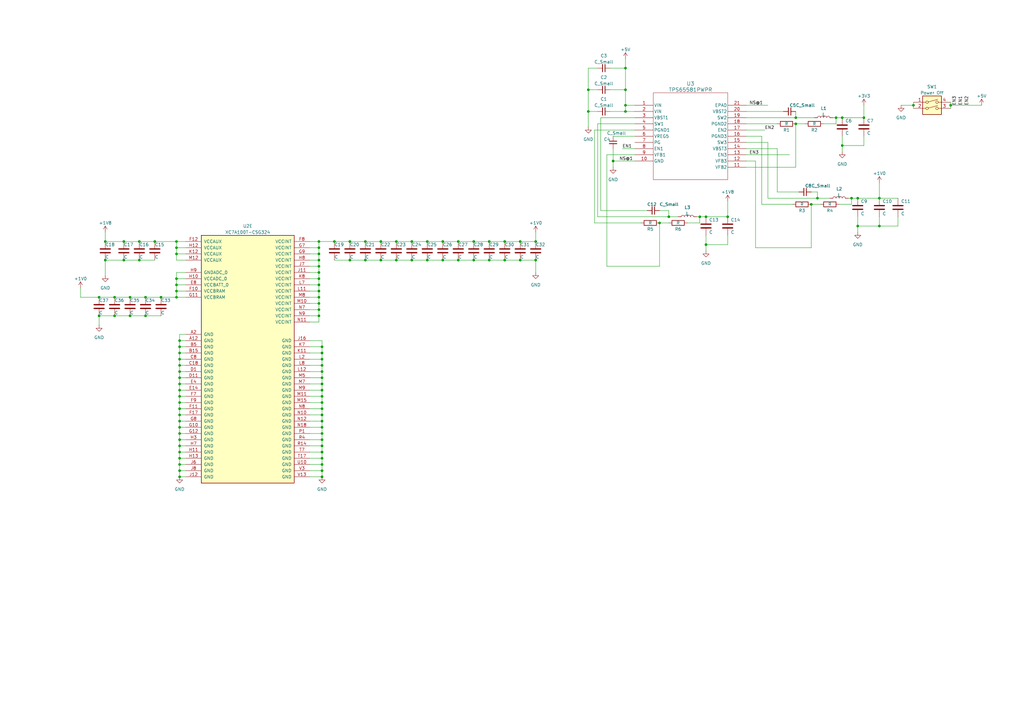
<source format=kicad_sch>
(kicad_sch (version 20230121) (generator eeschema)
  (paper "A3")
  (title_block (title "FPGA Power Managemnet") (company "Jasmeet Singh"))
  (junction (at 63.5 99.06))
  (junction (at 256.54 45.72))
  (junction (at 73.66 185.42))
  (junction (at 72.39 114.3))
  (junction (at 73.66 160.02))
  (junction (at 332.74 83.82))
  (junction (at 143.51 99.06))
  (junction (at 349.25 81.28))
  (junction (at 66.04 121.92))
  (junction (at 326.39 48.26))
  (junction (at 130.81 111.76))
  (junction (at 132.08 167.64))
  (junction (at 73.66 193.04))
  (junction (at 73.66 190.5))
  (junction (at 270.51 91.44))
  (junction (at 43.18 106.68))
  (junction (at 50.8 99.06))
  (junction (at 156.21 106.68))
  (junction (at 46.99 121.92))
  (junction (at 72.39 121.92))
  (junction (at 168.91 106.68))
  (junction (at 57.15 99.06))
  (junction (at 130.81 99.06))
  (junction (at 130.81 114.3))
  (junction (at 132.08 190.5))
  (junction (at 289.56 88.9))
  (junction (at 73.66 162.56))
  (junction (at 256.54 43.18))
  (junction (at 149.86 99.06))
  (junction (at 130.81 101.6))
  (junction (at 187.96 99.06))
  (junction (at 132.08 172.72))
  (junction (at 132.08 185.42))
  (junction (at 73.66 187.96))
  (junction (at 175.26 106.68))
  (junction (at 354.33 48.26))
  (junction (at 168.91 99.06))
  (junction (at 374.65 43.18))
  (junction (at 72.39 116.84))
  (junction (at 181.61 99.06))
  (junction (at 40.64 129.54))
  (junction (at 181.61 106.68))
  (junction (at 256.54 36.83))
  (junction (at 59.69 129.54))
  (junction (at 53.34 129.54))
  (junction (at 132.08 142.24))
  (junction (at 360.68 81.28))
  (junction (at 73.66 154.94))
  (junction (at 57.15 106.68))
  (junction (at 73.66 152.4))
  (junction (at 73.66 147.32))
  (junction (at 298.45 88.9))
  (junction (at 241.3 45.72))
  (junction (at 132.08 187.96))
  (junction (at 130.81 116.84))
  (junction (at 345.44 59.69))
  (junction (at 59.69 121.92))
  (junction (at 50.8 106.68))
  (junction (at 73.66 149.86))
  (junction (at 132.08 160.02))
  (junction (at 132.08 154.94))
  (junction (at 389.89 43.18))
  (junction (at 326.39 50.8))
  (junction (at 156.21 99.06))
  (junction (at 162.56 99.06))
  (junction (at 213.36 106.68))
  (junction (at 187.96 106.68))
  (junction (at 73.66 180.34))
  (junction (at 194.31 106.68))
  (junction (at 256.54 27.94))
  (junction (at 73.66 177.8))
  (junction (at 194.31 99.06))
  (junction (at 73.66 142.24))
  (junction (at 72.39 119.38))
  (junction (at 351.79 81.28))
  (junction (at 130.81 121.92))
  (junction (at 132.08 162.56))
  (junction (at 143.51 106.68))
  (junction (at 132.08 152.4))
  (junction (at 132.08 175.26))
  (junction (at 219.71 106.68))
  (junction (at 149.86 106.68))
  (junction (at 73.66 167.64))
  (junction (at 342.9 48.26))
  (junction (at 137.16 99.06))
  (junction (at 130.81 109.22))
  (junction (at 73.66 172.72))
  (junction (at 73.66 182.88))
  (junction (at 289.56 100.33))
  (junction (at 351.79 92.71))
  (junction (at 251.46 66.04))
  (junction (at 130.81 127))
  (junction (at 132.08 157.48))
  (junction (at 335.28 81.28))
  (junction (at 130.81 106.68))
  (junction (at 43.18 99.06))
  (junction (at 73.66 139.7))
  (junction (at 73.66 165.1))
  (junction (at 162.56 106.68))
  (junction (at 132.08 170.18))
  (junction (at 73.66 195.58))
  (junction (at 72.39 99.06))
  (junction (at 345.44 48.26))
  (junction (at 360.68 92.71))
  (junction (at 130.81 104.14))
  (junction (at 73.66 157.48))
  (junction (at 132.08 144.78))
  (junction (at 72.39 101.6))
  (junction (at 200.66 99.06))
  (junction (at 130.81 124.46))
  (junction (at 219.71 99.06))
  (junction (at 207.01 106.68))
  (junction (at 72.39 104.14))
  (junction (at 213.36 99.06))
  (junction (at 46.99 129.54))
  (junction (at 132.08 193.04))
  (junction (at 132.08 180.34))
  (junction (at 73.66 175.26))
  (junction (at 132.08 177.8))
  (junction (at 53.34 121.92))
  (junction (at 274.32 88.9))
  (junction (at 73.66 170.18))
  (junction (at 73.66 144.78))
  (junction (at 132.08 195.58))
  (junction (at 175.26 99.06))
  (junction (at 207.01 99.06))
  (junction (at 130.81 119.38))
  (junction (at 200.66 106.68))
  (junction (at 287.02 88.9))
  (junction (at 132.08 149.86))
  (junction (at 132.08 182.88))
  (junction (at 132.08 147.32))
  (junction (at 132.08 165.1))
  (junction (at 241.3 36.83))
  (junction (at 40.64 121.92))
  (junction (at 130.81 129.54))
  (wire (pts (xy 207.01 106.68) (xy 213.36 106.68)))
  (wire (pts (xy 306.07 55.88) (xy 312.42 55.88)))
  (wire (pts (xy 256.54 43.18) (xy 256.54 45.72)))
  (wire (pts (xy 72.39 104.14) (xy 76.2 104.14)))
  (wire (pts (xy 73.66 165.1) (xy 73.66 167.64)))
  (wire (pts (xy 243.84 53.34) (xy 243.84 91.44)))
  (wire (pts (xy 73.66 170.18) (xy 73.66 172.72)))
  (wire (pts (xy 332.74 83.82) (xy 336.55 83.82)))
  (wire (pts (xy 149.86 106.68) (xy 156.21 106.68)))
  (wire (pts (xy 127 144.78) (xy 132.08 144.78)))
  (wire (pts (xy 73.66 180.34) (xy 73.66 182.88)))
  (wire (pts (xy 132.08 172.72) (xy 132.08 175.26)))
  (wire (pts (xy 298.45 82.55) (xy 298.45 88.9)))
  (wire (pts (xy 130.81 99.06) (xy 130.81 101.6)))
  (wire (pts (xy 73.66 172.72) (xy 73.66 175.26)))
  (wire (pts (xy 219.71 106.68) (xy 219.71 111.76)))
  (wire (pts (xy 73.66 182.88) (xy 76.2 182.88)))
  (wire (pts (xy 73.66 187.96) (xy 76.2 187.96)))
  (wire (pts (xy 389.89 41.91) (xy 389.89 43.18)))
  (wire (pts (xy 156.21 99.06) (xy 162.56 99.06)))
  (wire (pts (xy 130.81 99.06) (xy 137.16 99.06)))
  (wire (pts (xy 127 157.48) (xy 132.08 157.48)))
  (wire (pts (xy 130.81 129.54) (xy 130.81 132.08)))
  (wire (pts (xy 246.38 48.26) (xy 246.38 86.36)))
  (wire (pts (xy 260.35 53.34) (xy 243.84 53.34)))
  (wire (pts (xy 132.08 139.7) (xy 132.08 142.24)))
  (wire (pts (xy 72.39 119.38) (xy 76.2 119.38)))
  (wire (pts (xy 389.89 43.18) (xy 389.89 44.45)))
  (wire (pts (xy 162.56 99.06) (xy 168.91 99.06)))
  (wire (pts (xy 351.79 88.9) (xy 351.79 92.71)))
  (wire (pts (xy 132.08 180.34) (xy 132.08 182.88)))
  (wire (pts (xy 344.17 83.82) (xy 349.25 83.82)))
  (wire (pts (xy 132.08 175.26) (xy 132.08 177.8)))
  (wire (pts (xy 72.39 119.38) (xy 72.39 121.92)))
  (wire (pts (xy 345.44 55.88) (xy 345.44 59.69)))
  (wire (pts (xy 241.3 27.94) (xy 245.11 27.94)))
  (wire (pts (xy 73.66 142.24) (xy 73.66 144.78)))
  (wire (pts (xy 175.26 106.68) (xy 181.61 106.68)))
  (wire (pts (xy 127 152.4) (xy 132.08 152.4)))
  (wire (pts (xy 274.32 88.9) (xy 278.13 88.9)))
  (wire (pts (xy 207.01 99.06) (xy 213.36 99.06)))
  (wire (pts (xy 73.66 152.4) (xy 73.66 154.94)))
  (wire (pts (xy 73.66 152.4) (xy 76.2 152.4)))
  (wire (pts (xy 72.39 114.3) (xy 72.39 116.84)))
  (wire (pts (xy 73.66 160.02) (xy 76.2 160.02)))
  (wire (pts (xy 194.31 99.06) (xy 200.66 99.06)))
  (wire (pts (xy 248.92 63.5) (xy 248.92 109.22)))
  (wire (pts (xy 130.81 114.3) (xy 130.81 116.84)))
  (wire (pts (xy 143.51 106.68) (xy 149.86 106.68)))
  (wire (pts (xy 46.99 121.92) (xy 53.34 121.92)))
  (wire (pts (xy 127 129.54) (xy 130.81 129.54)))
  (wire (pts (xy 289.56 88.9) (xy 298.45 88.9)))
  (wire (pts (xy 72.39 104.14) (xy 72.39 106.68)))
  (wire (pts (xy 281.94 91.44) (xy 287.02 91.44)))
  (wire (pts (xy 73.66 147.32) (xy 73.66 149.86)))
  (wire (pts (xy 127 147.32) (xy 132.08 147.32)))
  (wire (pts (xy 50.8 106.68) (xy 57.15 106.68)))
  (wire (pts (xy 127 119.38) (xy 130.81 119.38)))
  (wire (pts (xy 127 170.18) (xy 132.08 170.18)))
  (wire (pts (xy 127 193.04) (xy 132.08 193.04)))
  (wire (pts (xy 360.68 88.9) (xy 360.68 92.71)))
  (wire (pts (xy 127 116.84) (xy 130.81 116.84)))
  (wire (pts (xy 127 175.26) (xy 132.08 175.26)))
  (wire (pts (xy 349.25 83.82) (xy 349.25 81.28)))
  (wire (pts (xy 256.54 36.83) (xy 256.54 43.18)))
  (wire (pts (xy 332.74 78.74) (xy 335.28 78.74)))
  (wire (pts (xy 143.51 99.06) (xy 149.86 99.06)))
  (wire (pts (xy 57.15 106.68) (xy 63.5 106.68)))
  (wire (pts (xy 72.39 116.84) (xy 76.2 116.84)))
  (wire (pts (xy 73.66 157.48) (xy 76.2 157.48)))
  (wire (pts (xy 326.39 68.58) (xy 326.39 50.8)))
  (wire (pts (xy 168.91 99.06) (xy 175.26 99.06)))
  (wire (pts (xy 260.35 50.8) (xy 245.11 50.8)))
  (wire (pts (xy 360.68 81.28) (xy 368.3 81.28)))
  (wire (pts (xy 59.69 129.54) (xy 66.04 129.54)))
  (wire (pts (xy 389.89 43.18) (xy 402.59 43.18)))
  (wire (pts (xy 72.39 99.06) (xy 72.39 101.6)))
  (wire (pts (xy 309.88 66.04) (xy 309.88 101.6)))
  (wire (pts (xy 130.81 106.68) (xy 130.81 109.22)))
  (wire (pts (xy 43.18 99.06) (xy 50.8 99.06)))
  (wire (pts (xy 187.96 99.06) (xy 194.31 99.06)))
  (wire (pts (xy 306.07 50.8) (xy 318.77 50.8)))
  (wire (pts (xy 40.64 129.54) (xy 46.99 129.54)))
  (wire (pts (xy 43.18 106.68) (xy 50.8 106.68)))
  (wire (pts (xy 374.65 43.18) (xy 374.65 44.45)))
  (wire (pts (xy 349.25 81.28) (xy 347.98 81.28)))
  (wire (pts (xy 63.5 99.06) (xy 72.39 99.06)))
  (wire (pts (xy 132.08 177.8) (xy 132.08 180.34)))
  (wire (pts (xy 76.2 137.16) (xy 73.66 137.16)))
  (wire (pts (xy 127 139.7) (xy 132.08 139.7)))
  (wire (pts (xy 332.74 101.6) (xy 332.74 83.82)))
  (wire (pts (xy 73.66 154.94) (xy 76.2 154.94)))
  (wire (pts (xy 351.79 81.28) (xy 360.68 81.28)))
  (wire (pts (xy 46.99 129.54) (xy 53.34 129.54)))
  (wire (pts (xy 368.3 88.9) (xy 368.3 92.71)))
  (wire (pts (xy 306.07 43.18) (xy 314.96 43.18)))
  (wire (pts (xy 40.64 121.92) (xy 46.99 121.92)))
  (wire (pts (xy 250.19 45.72) (xy 256.54 45.72)))
  (wire (pts (xy 251.46 55.88) (xy 260.35 55.88)))
  (wire (pts (xy 50.8 99.06) (xy 57.15 99.06)))
  (wire (pts (xy 337.82 50.8) (xy 342.9 50.8)))
  (wire (pts (xy 72.39 116.84) (xy 72.39 119.38)))
  (wire (pts (xy 130.81 116.84) (xy 130.81 119.38)))
  (wire (pts (xy 73.66 177.8) (xy 76.2 177.8)))
  (wire (pts (xy 73.66 149.86) (xy 76.2 149.86)))
  (wire (pts (xy 130.81 124.46) (xy 130.81 127)))
  (wire (pts (xy 40.64 121.92) (xy 33.02 121.92)))
  (wire (pts (xy 194.31 106.68) (xy 200.66 106.68)))
  (wire (pts (xy 137.16 99.06) (xy 143.51 99.06)))
  (wire (pts (xy 127 124.46) (xy 130.81 124.46)))
  (wire (pts (xy 127 185.42) (xy 132.08 185.42)))
  (wire (pts (xy 256.54 43.18) (xy 260.35 43.18)))
  (wire (pts (xy 175.26 99.06) (xy 181.61 99.06)))
  (wire (pts (xy 73.66 157.48) (xy 73.66 160.02)))
  (wire (pts (xy 132.08 157.48) (xy 132.08 160.02)))
  (wire (pts (xy 73.66 167.64) (xy 76.2 167.64)))
  (wire (pts (xy 345.44 48.26) (xy 354.33 48.26)))
  (wire (pts (xy 132.08 165.1) (xy 132.08 167.64)))
  (wire (pts (xy 335.28 81.28) (xy 340.36 81.28)))
  (wire (pts (xy 241.3 36.83) (xy 245.11 36.83)))
  (wire (pts (xy 72.39 114.3) (xy 76.2 114.3)))
  (wire (pts (xy 245.11 88.9) (xy 274.32 88.9)))
  (wire (pts (xy 132.08 167.64) (xy 132.08 170.18)))
  (wire (pts (xy 73.66 187.96) (xy 73.66 190.5)))
  (wire (pts (xy 127 177.8) (xy 132.08 177.8)))
  (wire (pts (xy 243.84 91.44) (xy 262.89 91.44)))
  (wire (pts (xy 342.9 50.8) (xy 342.9 48.26)))
  (wire (pts (xy 318.77 78.74) (xy 327.66 78.74)))
  (wire (pts (xy 127 121.92) (xy 130.81 121.92)))
  (wire (pts (xy 130.81 101.6) (xy 130.81 104.14)))
  (wire (pts (xy 132.08 185.42) (xy 132.08 187.96)))
  (wire (pts (xy 345.44 59.69) (xy 345.44 62.23)))
  (wire (pts (xy 127 187.96) (xy 132.08 187.96)))
  (wire (pts (xy 132.08 162.56) (xy 132.08 165.1)))
  (wire (pts (xy 132.08 193.04) (xy 132.08 195.58)))
  (wire (pts (xy 73.66 193.04) (xy 73.66 195.58)))
  (wire (pts (xy 53.34 129.54) (xy 59.69 129.54)))
  (wire (pts (xy 73.66 139.7) (xy 76.2 139.7)))
  (wire (pts (xy 127 111.76) (xy 130.81 111.76)))
  (wire (pts (xy 130.81 104.14) (xy 130.81 106.68)))
  (wire (pts (xy 40.64 129.54) (xy 40.64 133.35)))
  (wire (pts (xy 73.66 139.7) (xy 73.66 142.24)))
  (wire (pts (xy 270.51 109.22) (xy 270.51 91.44)))
  (wire (pts (xy 130.81 111.76) (xy 130.81 114.3)))
  (wire (pts (xy 241.3 45.72) (xy 241.3 52.07)))
  (wire (pts (xy 306.07 58.42) (xy 314.96 58.42)))
  (wire (pts (xy 66.04 121.92) (xy 72.39 121.92)))
  (wire (pts (xy 127 109.22) (xy 130.81 109.22)))
  (wire (pts (xy 306.07 68.58) (xy 326.39 68.58)))
  (wire (pts (xy 73.66 167.64) (xy 73.66 170.18)))
  (wire (pts (xy 130.81 121.92) (xy 130.81 124.46)))
  (wire (pts (xy 349.25 81.28) (xy 351.79 81.28)))
  (wire (pts (xy 213.36 99.06) (xy 219.71 99.06)))
  (wire (pts (xy 270.51 91.44) (xy 274.32 91.44)))
  (wire (pts (xy 260.35 63.5) (xy 248.92 63.5)))
  (wire (pts (xy 251.46 66.04) (xy 260.35 66.04)))
  (wire (pts (xy 312.42 55.88) (xy 312.42 83.82)))
  (wire (pts (xy 127 127) (xy 130.81 127)))
  (wire (pts (xy 270.51 86.36) (xy 274.32 86.36)))
  (wire (pts (xy 59.69 121.92) (xy 66.04 121.92)))
  (wire (pts (xy 127 162.56) (xy 132.08 162.56)))
  (wire (pts (xy 73.66 147.32) (xy 76.2 147.32)))
  (wire (pts (xy 360.68 74.93) (xy 360.68 81.28)))
  (wire (pts (xy 354.33 59.69) (xy 345.44 59.69)))
  (wire (pts (xy 248.92 109.22) (xy 270.51 109.22)))
  (wire (pts (xy 326.39 48.26) (xy 334.01 48.26)))
  (wire (pts (xy 72.39 121.92) (xy 76.2 121.92)))
  (wire (pts (xy 274.32 86.36) (xy 274.32 88.9)))
  (wire (pts (xy 326.39 45.72) (xy 326.39 48.26)))
  (wire (pts (xy 73.66 185.42) (xy 76.2 185.42)))
  (wire (pts (xy 250.19 27.94) (xy 256.54 27.94)))
  (wire (pts (xy 181.61 99.06) (xy 187.96 99.06)))
  (wire (pts (xy 127 106.68) (xy 130.81 106.68)))
  (wire (pts (xy 162.56 106.68) (xy 168.91 106.68)))
  (wire (pts (xy 73.66 180.34) (xy 76.2 180.34)))
  (wire (pts (xy 200.66 99.06) (xy 207.01 99.06)))
  (wire (pts (xy 251.46 66.04) (xy 251.46 68.58)))
  (wire (pts (xy 73.66 160.02) (xy 73.66 162.56)))
  (wire (pts (xy 73.66 172.72) (xy 76.2 172.72)))
  (wire (pts (xy 132.08 187.96) (xy 132.08 190.5)))
  (wire (pts (xy 127 142.24) (xy 132.08 142.24)))
  (wire (pts (xy 72.39 106.68) (xy 76.2 106.68)))
  (wire (pts (xy 256.54 45.72) (xy 260.35 45.72)))
  (wire (pts (xy 354.33 43.18) (xy 354.33 48.26)))
  (wire (pts (xy 132.08 195.58) (xy 127 195.58)))
  (wire (pts (xy 132.08 170.18) (xy 132.08 172.72)))
  (wire (pts (xy 149.86 99.06) (xy 156.21 99.06)))
  (wire (pts (xy 73.66 195.58) (xy 76.2 195.58)))
  (wire (pts (xy 132.08 144.78) (xy 132.08 147.32)))
  (wire (pts (xy 76.2 111.76) (xy 72.39 111.76)))
  (wire (pts (xy 360.68 92.71) (xy 351.79 92.71)))
  (wire (pts (xy 255.27 60.96) (xy 260.35 60.96)))
  (wire (pts (xy 326.39 50.8) (xy 330.2 50.8)))
  (wire (pts (xy 73.66 142.24) (xy 76.2 142.24)))
  (wire (pts (xy 73.66 190.5) (xy 76.2 190.5)))
  (wire (pts (xy 306.07 53.34) (xy 313.69 53.34)))
  (wire (pts (xy 132.08 149.86) (xy 132.08 152.4)))
  (wire (pts (xy 289.56 96.52) (xy 289.56 100.33)))
  (wire (pts (xy 57.15 99.06) (xy 63.5 99.06)))
  (wire (pts (xy 130.81 127) (xy 130.81 129.54)))
  (wire (pts (xy 335.28 78.74) (xy 335.28 81.28)))
  (wire (pts (xy 127 99.06) (xy 130.81 99.06)))
  (wire (pts (xy 219.71 95.25) (xy 219.71 99.06)))
  (wire (pts (xy 306.07 63.5) (xy 323.85 63.5)))
  (wire (pts (xy 72.39 111.76) (xy 72.39 114.3)))
  (wire (pts (xy 73.66 162.56) (xy 76.2 162.56)))
  (wire (pts (xy 73.66 149.86) (xy 73.66 152.4)))
  (wire (pts (xy 130.81 132.08) (xy 127 132.08)))
  (wire (pts (xy 314.96 81.28) (xy 335.28 81.28)))
  (wire (pts (xy 73.66 144.78) (xy 76.2 144.78)))
  (wire (pts (xy 256.54 27.94) (xy 256.54 36.83)))
  (wire (pts (xy 137.16 106.68) (xy 143.51 106.68)))
  (wire (pts (xy 127 180.34) (xy 132.08 180.34)))
  (wire (pts (xy 72.39 101.6) (xy 72.39 104.14)))
  (wire (pts (xy 287.02 88.9) (xy 289.56 88.9)))
  (wire (pts (xy 43.18 95.25) (xy 43.18 99.06)))
  (wire (pts (xy 132.08 147.32) (xy 132.08 149.86)))
  (wire (pts (xy 73.66 190.5) (xy 73.66 193.04)))
  (wire (pts (xy 250.19 36.83) (xy 256.54 36.83)))
  (wire (pts (xy 298.45 100.33) (xy 289.56 100.33)))
  (wire (pts (xy 256.54 24.13) (xy 256.54 27.94)))
  (wire (pts (xy 130.81 109.22) (xy 130.81 111.76)))
  (wire (pts (xy 132.08 160.02) (xy 132.08 162.56)))
  (wire (pts (xy 132.08 142.24) (xy 132.08 144.78)))
  (wire (pts (xy 369.57 43.18) (xy 374.65 43.18)))
  (wire (pts (xy 127 114.3) (xy 130.81 114.3)))
  (wire (pts (xy 76.2 99.06) (xy 72.39 99.06)))
  (wire (pts (xy 342.9 48.26) (xy 345.44 48.26)))
  (wire (pts (xy 241.3 45.72) (xy 245.11 45.72)))
  (wire (pts (xy 73.66 182.88) (xy 73.66 185.42)))
  (wire (pts (xy 73.66 170.18) (xy 76.2 170.18)))
  (wire (pts (xy 306.07 60.96) (xy 318.77 60.96)))
  (wire (pts (xy 245.11 50.8) (xy 245.11 88.9)))
  (wire (pts (xy 73.66 175.26) (xy 76.2 175.26)))
  (wire (pts (xy 73.66 137.16) (xy 73.66 139.7)))
  (wire (pts (xy 43.18 106.68) (xy 43.18 113.03)))
  (wire (pts (xy 127 165.1) (xy 132.08 165.1)))
  (wire (pts (xy 213.36 106.68) (xy 219.71 106.68)))
  (wire (pts (xy 73.66 175.26) (xy 73.66 177.8)))
  (wire (pts (xy 127 172.72) (xy 132.08 172.72)))
  (wire (pts (xy 127 190.5) (xy 132.08 190.5)))
  (wire (pts (xy 246.38 86.36) (xy 265.43 86.36)))
  (wire (pts (xy 132.08 154.94) (xy 132.08 157.48)))
  (wire (pts (xy 251.46 60.96) (xy 251.46 66.04)))
  (wire (pts (xy 127 160.02) (xy 132.08 160.02)))
  (wire (pts (xy 127 149.86) (xy 132.08 149.86)))
  (wire (pts (xy 127 101.6) (xy 130.81 101.6)))
  (wire (pts (xy 241.3 36.83) (xy 241.3 45.72)))
  (wire (pts (xy 127 104.14) (xy 130.81 104.14)))
  (wire (pts (xy 289.56 100.33) (xy 289.56 102.87)))
  (wire (pts (xy 73.66 144.78) (xy 73.66 147.32)))
  (wire (pts (xy 287.02 91.44) (xy 287.02 88.9)))
  (wire (pts (xy 130.81 119.38) (xy 130.81 121.92)))
  (wire (pts (xy 168.91 106.68) (xy 175.26 106.68)))
  (wire (pts (xy 306.07 66.04) (xy 309.88 66.04)))
  (wire (pts (xy 53.34 121.92) (xy 59.69 121.92)))
  (wire (pts (xy 306.07 45.72) (xy 321.31 45.72)))
  (wire (pts (xy 73.66 177.8) (xy 73.66 180.34)))
  (wire (pts (xy 351.79 92.71) (xy 351.79 95.25)))
  (wire (pts (xy 309.88 101.6) (xy 332.74 101.6)))
  (wire (pts (xy 73.66 165.1) (xy 76.2 165.1)))
  (wire (pts (xy 298.45 96.52) (xy 298.45 100.33)))
  (wire (pts (xy 73.66 162.56) (xy 73.66 165.1)))
  (wire (pts (xy 127 167.64) (xy 132.08 167.64)))
  (wire (pts (xy 318.77 60.96) (xy 318.77 78.74)))
  (wire (pts (xy 73.66 193.04) (xy 76.2 193.04)))
  (wire (pts (xy 132.08 190.5) (xy 132.08 193.04)))
  (wire (pts (xy 306.07 48.26) (xy 326.39 48.26)))
  (wire (pts (xy 187.96 106.68) (xy 194.31 106.68)))
  (wire (pts (xy 72.39 101.6) (xy 76.2 101.6)))
  (wire (pts (xy 312.42 83.82) (xy 325.12 83.82)))
  (wire (pts (xy 260.35 48.26) (xy 246.38 48.26)))
  (wire (pts (xy 33.02 118.11) (xy 33.02 121.92)))
  (wire (pts (xy 368.3 92.71) (xy 360.68 92.71)))
  (wire (pts (xy 127 154.94) (xy 132.08 154.94)))
  (wire (pts (xy 132.08 182.88) (xy 132.08 185.42)))
  (wire (pts (xy 73.66 154.94) (xy 73.66 157.48)))
  (wire (pts (xy 200.66 106.68) (xy 207.01 106.68)))
  (wire (pts (xy 287.02 88.9) (xy 285.75 88.9)))
  (wire (pts (xy 181.61 106.68) (xy 187.96 106.68)))
  (wire (pts (xy 156.21 106.68) (xy 162.56 106.68)))
  (wire (pts (xy 241.3 27.94) (xy 241.3 36.83)))
  (wire (pts (xy 354.33 55.88) (xy 354.33 59.69)))
  (wire (pts (xy 374.65 41.91) (xy 374.65 43.18)))
  (wire (pts (xy 73.66 185.42) (xy 73.66 187.96)))
  (wire (pts (xy 127 182.88) (xy 132.08 182.88)))
  (wire (pts (xy 132.08 152.4) (xy 132.08 154.94)))
  (wire (pts (xy 314.96 58.42) (xy 314.96 81.28)))
  (wire (pts (xy 342.9 48.26) (xy 341.63 48.26)))
  (label "EN2" (at 313.69 53.34 0))
  (label "NS@1" (at 254 66.04 0))
  (label "EN3" (at 307.34 63.5 0))
  (label "NS@1" (at 307.34 43.18 0))
  (label "EN3" (at 392.43 43.18 90))
  (label "EN1" (at 255.27 60.96 0))
  (label "EN2" (at 397.51 43.18 90))
  (label "EN1" (at 394.97 43.18 90))
  (symbol (lib_id "Device:C") (at 194.31 102.87 0) (unit 1)
    (property "Reference" "C28" (at 194.31 100.33 0) (effects (justify left)))
    (property "Value" "C" (at 194.31 105.41 0) (effects (justify left)))
  )
  (symbol (lib_id "Device:R") (at 266.7 91.44 90) (unit 1)
    (property "Reference" "R5" (at 266.7 93.98 90))
    (property "Value" "R" (at 266.7 91.44 90))
  )
  (symbol (lib_id "Device:C") (at 66.04 125.73 0) (unit 1)
    (property "Reference" "C33" (at 66.04 123.19 0) (effects (justify left)))
    (property "Value" "C" (at 66.04 128.27 0) (effects (justify left)))
  )
  (symbol (lib_id "power:+3V3") (at 354.33 43.18 0) (unit 1)
    (property "Reference" "#PWR013" (effects hide))
    (property "Value" "+3V3" (at 354.33 39.37 0))
  )
  (symbol (lib_id "Device:C") (at 53.34 125.73 0) (unit 1)
    (property "Reference" "C35" (at 53.34 123.19 0) (effects (justify left)))
    (property "Value" "C" (at 53.34 128.27 0) (effects (justify left)))
  )
  (symbol (lib_id "Device:R") (at 278.13 91.44 90) (unit 1)
    (property "Reference" "R6" (at 278.13 93.98 90))
    (property "Value" "R" (at 278.13 91.44 90))
  )
  (symbol (lib_id "TPS565881:TPS65581PWPR") (at 260.35 43.18 0) (unit 1)
    (property "Reference" "U3" (at 283.21 34.29 0) (effects (font (size 1.524 1.524))))
    (property "Value" "TPS65581PWPR" (at 283.21 36.83 0) (effects (font (size 1.524 1.524))))
    (property "Footprint" "PWP20_2P4X3P4_TEX" (effects hide))
    (property "Datasheet" "TPS65581PWPR" (effects hide))
  )
  (symbol (lib_id "Device:C_Small") (at 330.2 78.74 270) (unit 1)
    (property "Reference" "C8" (at 330.2 76.2 90) (effects (justify left)))
    (property "Value" "C_Small" (at 332.74 76.2 90) (effects (justify left)))
  )
  (symbol (lib_id "power:GND") (at 251.46 68.58 0) (unit 1)
    (property "Reference" "#PWR07" (effects hide))
    (property "Value" "GND" (at 251.46 73.66 0))
  )
  (symbol (lib_id "Device:C") (at 162.56 102.87 0) (unit 1)
    (property "Reference" "C23" (at 162.56 100.33 0) (effects (justify left)))
    (property "Value" "C" (at 162.56 105.41 0) (effects (justify left)))
  )
  (symbol (lib_id "Device:C_Small") (at 247.65 27.94 270) (unit 1)
    (property "Reference" "C3" (at 247.65 22.86 90))
    (property "Value" "C_Small" (at 247.6436 25.4 90))
  )
  (symbol (lib_id "power:GND") (at 73.66 195.58 0) (unit 1)
    (property "Reference" "#PWR02" (effects hide))
    (property "Value" "GND" (at 73.66 200.66 0))
  )
  (symbol (lib_id "power:GND") (at 241.3 52.07 0) (unit 1)
    (property "Reference" "#PWR03" (effects hide))
    (property "Value" "GND" (at 241.3 57.15 0))
  )
  (symbol (lib_id "Device:C") (at 175.26 102.87 0) (unit 1)
    (property "Reference" "C25" (at 175.26 100.33 0) (effects (justify left)))
    (property "Value" "C" (at 175.26 105.41 0) (effects (justify left)))
  )
  (symbol (lib_id "power:GND") (at 369.57 43.18 0) (unit 1)
    (property "Reference" "#PWR05" (effects hide))
    (property "Value" "GND" (at 369.57 48.26 0))
  )
  (symbol (lib_id "Device:C") (at 46.99 125.73 0) (unit 1)
    (property "Reference" "C36" (at 46.99 123.19 0) (effects (justify left)))
    (property "Value" "C" (at 46.99 128.27 0) (effects (justify left)))
  )
  (symbol (lib_id "Device:C") (at 50.8 102.87 0) (unit 1)
    (property "Reference" "C17" (at 50.8 100.33 0) (effects (justify left)))
    (property "Value" "C" (at 50.8 105.41 0) (effects (justify left)))
  )
  (symbol (lib_id "Device:C") (at 351.79 85.09 0) (unit 1)
    (property "Reference" "C9" (at 353.06 82.55 0) (effects (justify left)))
    (property "Value" "C" (at 353.06 87.63 0) (effects (justify left)))
  )
  (symbol (lib_id "Device:C_Small") (at 247.65 36.83 270) (unit 1)
    (property "Reference" "C2" (at 247.6436 31.75 90))
    (property "Value" "C_Small" (at 247.6436 34.29 90))
  )
  (symbol (lib_id "Device:C") (at 219.71 102.87 0) (unit 1)
    (property "Reference" "C32" (at 219.71 100.33 0) (effects (justify left)))
    (property "Value" "C" (at 219.71 105.41 0) (effects (justify left)))
  )
  (symbol (lib_id "Switch:SW_DIP_x02") (at 382.27 44.45 0) (unit 1)
    (property "Reference" "SW1" (at 382.27 35.56 0))
    (property "Value" "Power Off" (at 382.27 38.1 0))
  )
  (symbol (lib_id "Device:C") (at 187.96 102.87 0) (unit 1)
    (property "Reference" "C27" (at 187.96 100.33 0) (effects (justify left)))
    (property "Value" "C" (at 187.96 105.41 0) (effects (justify left)))
  )
  (symbol (lib_id "Device:C") (at 181.61 102.87 0) (unit 1)
    (property "Reference" "C26" (at 181.61 100.33 0) (effects (justify left)))
    (property "Value" "C" (at 181.61 105.41 0) (effects (justify left)))
  )
  (symbol (lib_id "Device:C") (at 59.69 125.73 0) (unit 1)
    (property "Reference" "C34" (at 59.69 123.19 0) (effects (justify left)))
    (property "Value" "C" (at 59.69 128.27 0) (effects (justify left)))
  )
  (symbol (lib_id "Device:C") (at 298.45 92.71 0) (unit 1)
    (property "Reference" "C14" (at 299.72 90.17 0) (effects (justify left)))
    (property "Value" "C" (at 299.72 95.25 0) (effects (justify left)))
  )
  (symbol (lib_id "Device:C_Small") (at 267.97 86.36 270) (unit 1)
    (property "Reference" "C12" (at 265.43 83.82 90) (effects (justify left)))
    (property "Value" "C_Small" (at 270.51 83.82 90) (effects (justify left)))
  )
  (symbol (lib_id "Device:R") (at 340.36 83.82 90) (unit 1)
    (property "Reference" "R4" (at 340.36 86.36 90))
    (property "Value" "R" (at 340.36 83.82 90))
  )
  (symbol (lib_id "power:+1V0") (at 219.71 95.25 0) (unit 1)
    (property "Reference" "#PWR016" (effects hide))
    (property "Value" "+1V0" (at 219.71 91.44 0))
  )
  (symbol (lib_id "Device:C") (at 156.21 102.87 0) (unit 1)
    (property "Reference" "C22" (at 156.21 100.33 0) (effects (justify left)))
    (property "Value" "C" (at 156.21 105.41 0) (effects (justify left)))
  )
  (symbol (lib_id "power:GND") (at 289.56 102.87 0) (unit 1)
    (property "Reference" "#PWR010" (effects hide))
    (property "Value" "GND" (at 289.56 107.95 0))
  )
  (symbol (lib_id "power:+5V") (at 256.54 24.13 0) (unit 1)
    (property "Reference" "#PWR04" (effects hide))
    (property "Value" "+5V" (at 256.54 20.32 0))
  )
  (symbol (lib_id "power:GND") (at 40.64 133.35 0) (unit 1)
    (property "Reference" "#PWR019" (effects hide))
    (property "Value" "GND" (at 40.64 138.43 0))
  )
  (symbol (lib_id "Device:L") (at 344.17 81.28 90) (unit 1)
    (property "Reference" "L2" (at 344.17 77.47 90))
    (property "Value" "L" (at 344.17 80.01 90))
  )
  (symbol (lib_id "Device:C") (at 63.5 102.87 0) (unit 1)
    (property "Reference" "C15" (at 63.5 100.33 0) (effects (justify left)))
    (property "Value" "C" (at 63.5 105.41 0) (effects (justify left)))
  )
  (symbol (lib_id "Device:C") (at 354.33 52.07 0) (unit 1)
    (property "Reference" "C7" (at 355.6 49.53 0) (effects (justify left)))
    (property "Value" "C" (at 355.6 54.61 0) (effects (justify left)))
  )
  (symbol (lib_id "power:GND") (at 43.18 113.03 0) (unit 1)
    (property "Reference" "#PWR015" (effects hide))
    (property "Value" "GND" (at 43.18 118.11 0))
  )
  (symbol (lib_id "Device:R") (at 328.93 83.82 90) (unit 1)
    (property "Reference" "R3" (at 328.93 86.36 90))
    (property "Value" "R" (at 328.93 83.82 90))
  )
  (symbol (lib_id "Device:C") (at 57.15 102.87 0) (unit 1)
    (property "Reference" "C16" (at 57.15 100.33 0) (effects (justify left)))
    (property "Value" "C" (at 57.15 105.41 0) (effects (justify left)))
  )
  (symbol (lib_id "Device:C") (at 149.86 102.87 0) (unit 1)
    (property "Reference" "C21" (at 149.86 100.33 0) (effects (justify left)))
    (property "Value" "C" (at 149.86 105.41 0) (effects (justify left)))
  )
  (symbol (lib_id "power:+1V0") (at 360.68 74.93 0) (unit 1)
    (property "Reference" "#PWR012" (effects hide))
    (property "Value" "+1V0" (at 360.68 71.12 0))
  )
  (symbol (lib_id "Device:C") (at 43.18 102.87 0) (unit 1)
    (property "Reference" "C18" (at 43.18 100.33 0) (effects (justify left)))
    (property "Value" "C" (at 43.18 105.41 0) (effects (justify left)))
  )
  (symbol (lib_id "power:GND") (at 219.71 111.76 0) (unit 1)
    (property "Reference" "#PWR017" (effects hide))
    (property "Value" "GND" (at 219.71 116.84 0))
  )
  (symbol (lib_id "Device:C") (at 200.66 102.87 0) (unit 1)
    (property "Reference" "C29" (at 200.66 100.33 0) (effects (justify left)))
    (property "Value" "C" (at 200.66 105.41 0) (effects (justify left)))
  )
  (symbol (lib_id "Device:C") (at 207.01 102.87 0) (unit 1)
    (property "Reference" "C30" (at 207.01 100.33 0) (effects (justify left)))
    (property "Value" "C" (at 207.01 105.41 0) (effects (justify left)))
  )
  (symbol (lib_id "power:+1V8") (at 298.45 82.55 0) (unit 1)
    (property "Reference" "#PWR011" (effects hide))
    (property "Value" "+1V8" (at 298.45 78.74 0))
  )
  (symbol (lib_id "Device:C_Small") (at 247.65 45.72 270) (unit 1)
    (property "Reference" "C1" (at 247.6436 40.64 90))
    (property "Value" "C_Small" (at 247.6436 43.18 90))
  )
  (symbol (lib_id "power:GND") (at 345.44 62.23 0) (unit 1)
    (property "Reference" "#PWR08" (effects hide))
    (property "Value" "GND" (at 345.44 67.31 0))
  )
  (symbol (lib_id "power:+1V0") (at 33.02 118.11 0) (unit 1)
    (property "Reference" "#PWR018" (effects hide))
    (property "Value" "+1V0" (at 33.02 114.3 0))
  )
  (symbol (lib_id "Device:C") (at 360.68 85.09 0) (unit 1)
    (property "Reference" "C10" (at 361.95 82.55 0) (effects (justify left)))
    (property "Value" "C" (at 361.95 87.63 0) (effects (justify left)))
  )
  (symbol (lib_id "power:GND") (at 132.08 195.58 0) (unit 1)
    (property "Reference" "#PWR01" (effects hide))
    (property "Value" "GND" (at 132.08 200.66 0))
  )
  (symbol (lib_id "Device:L") (at 281.94 88.9 90) (unit 1)
    (property "Reference" "L3" (at 281.94 85.09 90))
    (property "Value" "L" (at 281.94 87.63 90))
  )
  (symbol (lib_id "Device:C") (at 345.44 52.07 0) (unit 1)
    (property "Reference" "C6" (at 346.71 49.53 0) (effects (justify left)))
    (property "Value" "C" (at 346.71 54.61 0) (effects (justify left)))
  )
  (symbol (lib_id "Device:C") (at 289.56 92.71 0) (unit 1)
    (property "Reference" "C13" (at 290.83 90.17 0) (effects (justify left)))
    (property "Value" "C" (at 290.83 95.25 0) (effects (justify left)))
  )
  (symbol (lib_id "Device:R") (at 334.01 50.8 90) (unit 1)
    (property "Reference" "R2" (at 334.01 53.34 90))
    (property "Value" "R" (at 334.01 50.8 90))
  )
  (symbol (lib_id "power:GND") (at 351.79 95.25 0) (unit 1)
    (property "Reference" "#PWR09" (effects hide))
    (property "Value" "GND" (at 351.79 100.33 0))
  )
  (symbol (lib_id "Device:C_Small") (at 251.46 58.42 0) (unit 1)
    (property "Reference" "C4" (at 247.65 57.15 0) (effects (justify left)))
    (property "Value" "C_Small" (at 248.92 54.61 0) (effects (justify left)))
  )
  (symbol (lib_id "Device:C") (at 168.91 102.87 0) (unit 1)
    (property "Reference" "C24" (at 168.91 100.33 0) (effects (justify left)))
    (property "Value" "C" (at 168.91 105.41 0) (effects (justify left)))
  )
  (symbol (lib_id "Device:C") (at 137.16 102.87 0) (unit 1)
    (property "Reference" "C19" (at 137.16 100.33 0) (effects (justify left)))
    (property "Value" "C" (at 137.16 105.41 0) (effects (justify left)))
  )
  (symbol (lib_id "Device:C_Small") (at 323.85 45.72 270) (unit 1)
    (property "Reference" "C5" (at 323.85 43.18 90) (effects (justify left)))
    (property "Value" "C_Small" (at 326.39 43.18 90) (effects (justify left)))
  )
  (symbol (lib_id "Device:C") (at 368.3 85.09 0) (unit 1)
    (property "Reference" "C11" (at 369.57 82.55 0) (effects (justify left)))
    (property "Value" "C" (at 369.57 87.63 0) (effects (justify left)))
  )
  (symbol (lib_id "Device:C") (at 213.36 102.87 0) (unit 1)
    (property "Reference" "C31" (at 213.36 100.33 0) (effects (justify left)))
    (property "Value" "C" (at 213.36 105.41 0) (effects (justify left)))
  )
  (symbol (lib_id "Device:L") (at 337.82 48.26 90) (unit 1)
    (property "Reference" "L1" (at 337.82 44.45 90))
    (property "Value" "L" (at 337.82 46.99 90))
  )
  (symbol (lib_id "Device:C") (at 40.64 125.73 0) (unit 1)
    (property "Reference" "C37" (at 40.64 123.19 0) (effects (justify left)))
    (property "Value" "C" (at 40.64 128.27 0) (effects (justify left)))
  )
  (symbol (lib_id "Device:R") (at 322.58 50.8 90) (unit 1)
    (property "Reference" "R1" (at 322.58 53.34 90))
    (property "Value" "R" (at 322.58 50.8 90))
  )
  (symbol (lib_id "power:+1V8") (at 43.18 95.25 0) (unit 1)
    (property "Reference" "#PWR014" (effects hide))
    (property "Value" "+1V8" (at 43.18 91.44 0))
  )
  (symbol (lib_id "Device:C") (at 143.51 102.87 0) (unit 1)
    (property "Reference" "C20" (at 143.51 100.33 0) (effects (justify left)))
    (property "Value" "C" (at 143.51 105.41 0) (effects (justify left)))
  )
  (symbol (lib_id "FPGA_Xilinx_Artix7:XC7A100T-CSG324") (at 101.6 147.32 0) (unit 5)
    (property "Reference" "U2" (at 101.6 92.71 0))
    (property "Value" "XC7A100T-CSG324" (at 101.6 95.25 0))
  )
  (symbol (lib_id "power:+5V") (at 402.59 43.18 0) (unit 1)
    (property "Reference" "#PWR06" (effects hide))
    (property "Value" "+5V" (at 402.59 39.37 0))
  )
)
</source>
